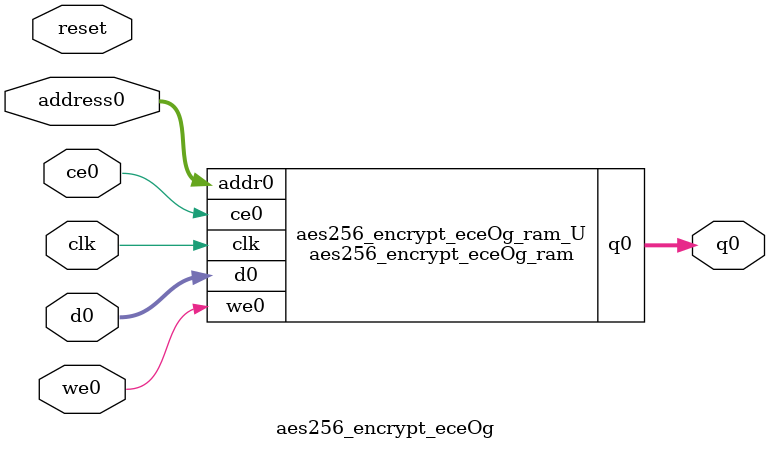
<source format=v>

`timescale 1 ns / 1 ps
module aes256_encrypt_eceOg_ram (addr0, ce0, d0, we0, q0,  clk);

parameter DWIDTH = 8;
parameter AWIDTH = 5;
parameter MEM_SIZE = 32;

input[AWIDTH-1:0] addr0;
input ce0;
input[DWIDTH-1:0] d0;
input we0;
output reg[DWIDTH-1:0] q0;
input clk;

(* ram_style = "distributed" *)reg [DWIDTH-1:0] ram[0:MEM_SIZE-1];




always @(posedge clk)  
begin 
    if (ce0) 
    begin
        if (we0) 
        begin 
            ram[addr0] <= d0; 
            q0 <= d0;
        end 
        else 
            q0 <= ram[addr0];
    end
end


endmodule


`timescale 1 ns / 1 ps
module aes256_encrypt_eceOg(
    reset,
    clk,
    address0,
    ce0,
    we0,
    d0,
    q0);

parameter DataWidth = 32'd8;
parameter AddressRange = 32'd32;
parameter AddressWidth = 32'd5;
input reset;
input clk;
input[AddressWidth - 1:0] address0;
input ce0;
input we0;
input[DataWidth - 1:0] d0;
output[DataWidth - 1:0] q0;



aes256_encrypt_eceOg_ram aes256_encrypt_eceOg_ram_U(
    .clk( clk ),
    .addr0( address0 ),
    .ce0( ce0 ),
    .d0( d0 ),
    .we0( we0 ),
    .q0( q0 ));

endmodule


</source>
